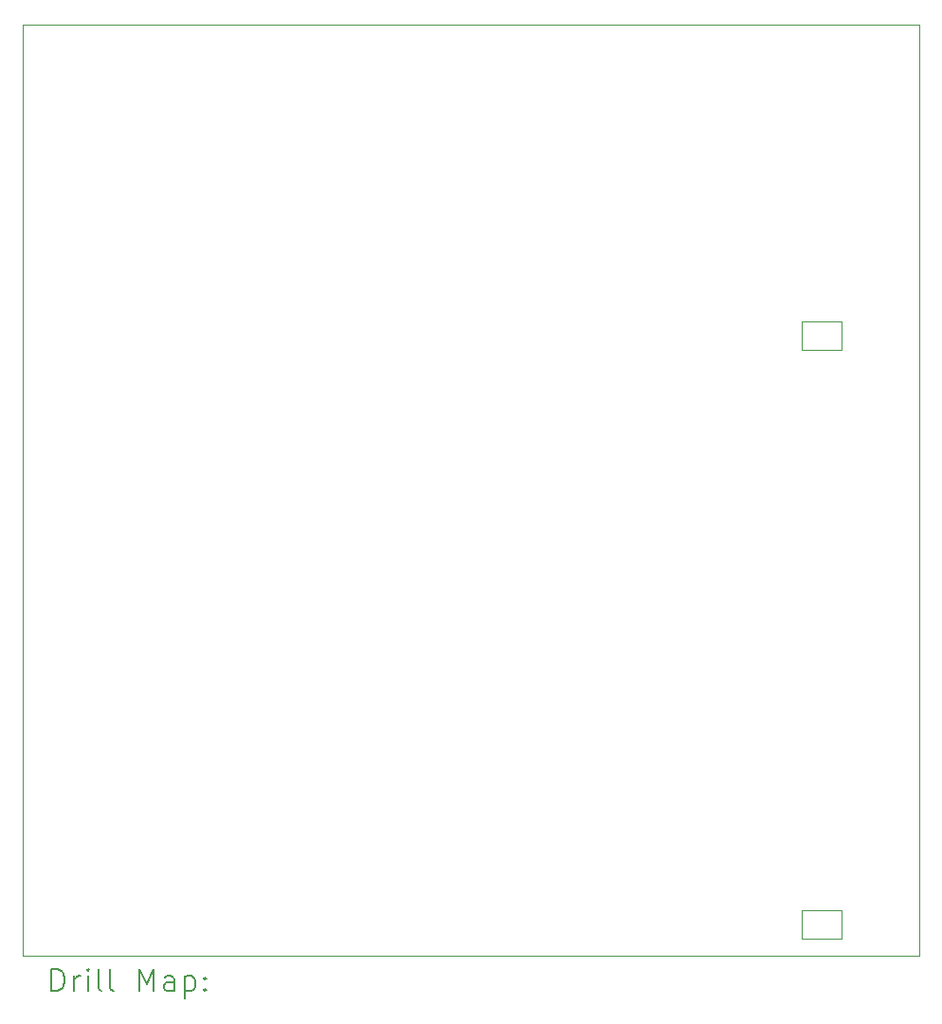
<source format=gbr>
%TF.GenerationSoftware,KiCad,Pcbnew,8.0.4+dfsg-1*%
%TF.CreationDate,2025-03-15T13:21:52+01:00*%
%TF.ProjectId,olimex-ice40-scart-header,6f6c696d-6578-42d6-9963-6534302d7363,rev?*%
%TF.SameCoordinates,Original*%
%TF.FileFunction,Drillmap*%
%TF.FilePolarity,Positive*%
%FSLAX45Y45*%
G04 Gerber Fmt 4.5, Leading zero omitted, Abs format (unit mm)*
G04 Created by KiCad (PCBNEW 8.0.4+dfsg-1) date 2025-03-15 13:21:52*
%MOMM*%
%LPD*%
G01*
G04 APERTURE LIST*
%ADD10C,0.100000*%
%ADD11C,0.120000*%
%ADD12C,0.200000*%
G04 APERTURE END LIST*
D10*
X11874200Y-3730000D02*
X19880400Y-3730000D01*
X19880400Y-12039600D01*
X11874200Y-12039600D01*
X11874200Y-3730000D01*
D11*
X19185000Y-6380500D02*
X18835000Y-6380500D01*
X18835000Y-6630500D01*
X19185000Y-6630500D01*
X19185000Y-6380500D01*
X19185000Y-11635500D02*
X18835000Y-11635500D01*
X18835000Y-11885500D01*
X19185000Y-11885500D01*
X19185000Y-11635500D01*
D12*
X12129977Y-12356084D02*
X12129977Y-12156084D01*
X12129977Y-12156084D02*
X12177596Y-12156084D01*
X12177596Y-12156084D02*
X12206167Y-12165608D01*
X12206167Y-12165608D02*
X12225215Y-12184655D01*
X12225215Y-12184655D02*
X12234739Y-12203703D01*
X12234739Y-12203703D02*
X12244262Y-12241798D01*
X12244262Y-12241798D02*
X12244262Y-12270369D01*
X12244262Y-12270369D02*
X12234739Y-12308465D01*
X12234739Y-12308465D02*
X12225215Y-12327512D01*
X12225215Y-12327512D02*
X12206167Y-12346560D01*
X12206167Y-12346560D02*
X12177596Y-12356084D01*
X12177596Y-12356084D02*
X12129977Y-12356084D01*
X12329977Y-12356084D02*
X12329977Y-12222750D01*
X12329977Y-12260846D02*
X12339501Y-12241798D01*
X12339501Y-12241798D02*
X12349024Y-12232274D01*
X12349024Y-12232274D02*
X12368072Y-12222750D01*
X12368072Y-12222750D02*
X12387120Y-12222750D01*
X12453786Y-12356084D02*
X12453786Y-12222750D01*
X12453786Y-12156084D02*
X12444262Y-12165608D01*
X12444262Y-12165608D02*
X12453786Y-12175131D01*
X12453786Y-12175131D02*
X12463310Y-12165608D01*
X12463310Y-12165608D02*
X12453786Y-12156084D01*
X12453786Y-12156084D02*
X12453786Y-12175131D01*
X12577596Y-12356084D02*
X12558548Y-12346560D01*
X12558548Y-12346560D02*
X12549024Y-12327512D01*
X12549024Y-12327512D02*
X12549024Y-12156084D01*
X12682358Y-12356084D02*
X12663310Y-12346560D01*
X12663310Y-12346560D02*
X12653786Y-12327512D01*
X12653786Y-12327512D02*
X12653786Y-12156084D01*
X12910929Y-12356084D02*
X12910929Y-12156084D01*
X12910929Y-12156084D02*
X12977596Y-12298941D01*
X12977596Y-12298941D02*
X13044262Y-12156084D01*
X13044262Y-12156084D02*
X13044262Y-12356084D01*
X13225215Y-12356084D02*
X13225215Y-12251322D01*
X13225215Y-12251322D02*
X13215691Y-12232274D01*
X13215691Y-12232274D02*
X13196643Y-12222750D01*
X13196643Y-12222750D02*
X13158548Y-12222750D01*
X13158548Y-12222750D02*
X13139501Y-12232274D01*
X13225215Y-12346560D02*
X13206167Y-12356084D01*
X13206167Y-12356084D02*
X13158548Y-12356084D01*
X13158548Y-12356084D02*
X13139501Y-12346560D01*
X13139501Y-12346560D02*
X13129977Y-12327512D01*
X13129977Y-12327512D02*
X13129977Y-12308465D01*
X13129977Y-12308465D02*
X13139501Y-12289417D01*
X13139501Y-12289417D02*
X13158548Y-12279893D01*
X13158548Y-12279893D02*
X13206167Y-12279893D01*
X13206167Y-12279893D02*
X13225215Y-12270369D01*
X13320453Y-12222750D02*
X13320453Y-12422750D01*
X13320453Y-12232274D02*
X13339501Y-12222750D01*
X13339501Y-12222750D02*
X13377596Y-12222750D01*
X13377596Y-12222750D02*
X13396643Y-12232274D01*
X13396643Y-12232274D02*
X13406167Y-12241798D01*
X13406167Y-12241798D02*
X13415691Y-12260846D01*
X13415691Y-12260846D02*
X13415691Y-12317988D01*
X13415691Y-12317988D02*
X13406167Y-12337036D01*
X13406167Y-12337036D02*
X13396643Y-12346560D01*
X13396643Y-12346560D02*
X13377596Y-12356084D01*
X13377596Y-12356084D02*
X13339501Y-12356084D01*
X13339501Y-12356084D02*
X13320453Y-12346560D01*
X13501405Y-12337036D02*
X13510929Y-12346560D01*
X13510929Y-12346560D02*
X13501405Y-12356084D01*
X13501405Y-12356084D02*
X13491882Y-12346560D01*
X13491882Y-12346560D02*
X13501405Y-12337036D01*
X13501405Y-12337036D02*
X13501405Y-12356084D01*
X13501405Y-12232274D02*
X13510929Y-12241798D01*
X13510929Y-12241798D02*
X13501405Y-12251322D01*
X13501405Y-12251322D02*
X13491882Y-12241798D01*
X13491882Y-12241798D02*
X13501405Y-12232274D01*
X13501405Y-12232274D02*
X13501405Y-12251322D01*
M02*

</source>
